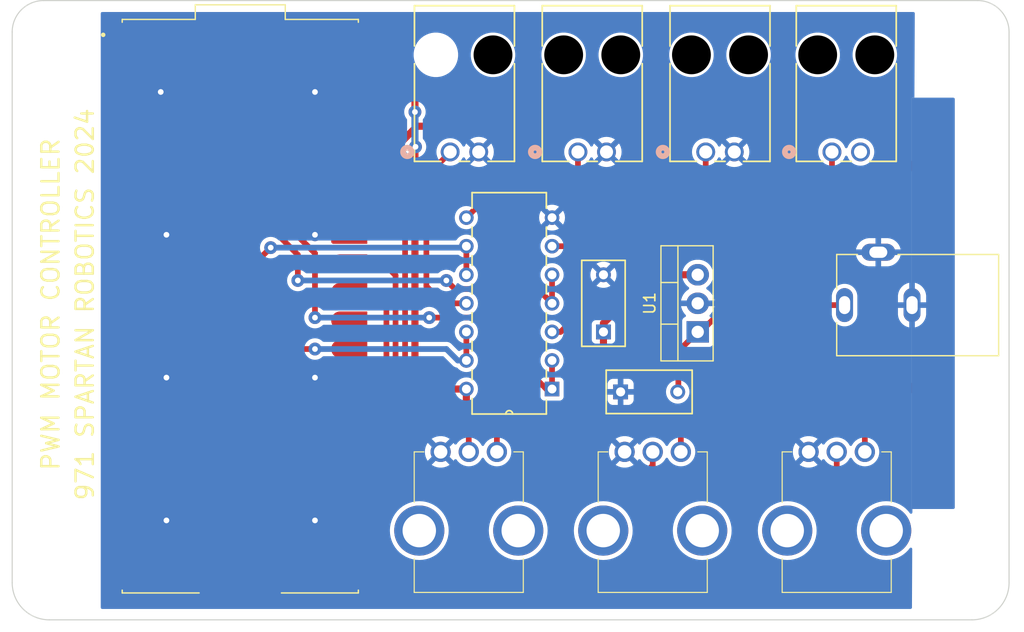
<source format=kicad_pcb>
(kicad_pcb (version 20240108) (generator "pcbnew") (generator_version "8.0")
  (layers (0 "F.Cu" signal) (31 "B.Cu" signal) (34 "B.Paste" user) (35 "F.Paste" user) (36 "B.SilkS" user "B.Silkscreen") (37 "F.SilkS" user "F.Silkscreen") (38 "B.Mask" user) (39 "F.Mask" user) (44 "Edge.Cuts" user))
  (net 0 "")
  (net 1 "GND")
  (net 2 "Net-(U1-VI)")
  (net 3 "+5V")
  (net 4 "Net-(J1-Pin_1)")
  (net 6 "Net-(J2-Pin_1)")
  (net 7 "Net-(J3-Pin_1)")
  (net 8 "Net-(J4-Pin_1)")
  (net 9 "3v3")
  (net 10 "Net-(U2-GP26)")
  (net 11 "Net-(U2-GP27)")
  (net 12 "Net-(U2-GP28)")
  (net 13 "Net-(U2-GP0)")
  (net 14 "Net-(U2-GP1)")
  (net 21 "Net-(U2-GP8)")
  (net 22 "Net-(U2-GP9)")
  (footprint "Henry!:PTV09A4020FB103" (layer "F.Cu") (at 147.742 105.676 180)
    (property "Reference" "RV1" (hide yes))
    (property "Value" "R_Potentiometer_US" (hide yes))
  )
  (footprint "Henry!:2 PIN RIGHT ANGLE MOLEX SL" (layer "F.Cu") (at 136.0938 73.406 180)
    (property "Reference" "J2" (hide yes))
    (property "Value" "MOTOR 2")
  )
  (footprint "Henry!:2 PIN RIGHT ANGLE MOLEX SL" (layer "F.Cu") (at 113.3674 73.406 180)
    (property "Reference" "J4" (hide yes))
    (property "Value" "MOTOR 4")
  )
  (footprint "Henry!:BARREL JACK CONNECTOR" (layer "F.Cu") (at 154.94 87.025)
    (property "Reference" "J5" (hide yes))
    (property "Value" "POWER IN")
  )
  (footprint "Henry!:PTV09A4020FB103" (layer "F.Cu") (at 115.022 105.676 180)
    (property "Reference" "RV3" (hide yes))
    (property "Value" "R_Potentiometer_US" (hide yes))
  )
  (footprint "Henry!:2 PIN RIGHT ANGLE MOLEX SL" (layer "F.Cu") (at 147.32 73.406 180)
    (property "Reference" "J1" (hide yes))
    (property "Value" "MOTOR 1")
  )
  (footprint "MountingHole:MountingHole_3.2mm_M3" (layer "F.Cu") (at 159.258 110.744)
    (property "Reference" "H4" (hide yes))
    (property "Value" "MountingHole")
  )
  (footprint "Henry!:2 PIN RIGHT ANGLE MOLEX SL" (layer "F.Cu") (at 124.7306 73.406 180)
    (property "Reference" "J3" (hide yes))
    (property "Value" "MOTOR 3")
  )
  (footprint "Henry!:N14" (layer "F.Cu") (at 114.808 79.248 180)
    (property "Reference" "U4" (hide yes))
    (property "Value" "74HCT08")
  )
  (footprint "MountingHole:MountingHole_3.2mm_M3" (layer "F.Cu") (at 78.486 63.754)
    (property "Reference" "H1" (hide yes))
    (property "Value" "MountingHole")
  )
  (footprint "MountingHole:MountingHole_3.2mm_M3" (layer "F.Cu") (at 78.74 110.744)
    (property "Reference" "H2" (hide yes))
    (property "Value" "MountingHole")
  )
  (footprint "Henry!:CAP_R82D-7P4X3P6-5P0_KEM" (layer "F.Cu") (at 127 89.408 90)
    (property "Reference" "C3" (hide yes))
    (property "Value" "CAP_R82D-7P4X3P6-5P0_KEM")
  )
  (footprint "Henry!:PICO" (layer "F.Cu") (at 94.704 87.122)
    (property "Reference" "U2" (hide yes))
    (property "Value" "SC0915-PI-Pico")
  )
  (footprint "Package_TO_SOT_THT:TO-220-3_Vertical" (layer "F.Cu") (at 135.382 89.408 90)
    (property "Reference" "U1")
    (property "Value" "LM7805_TO220")
  )
  (footprint "Henry!:CAP_R82D-7P4X3P6-5P0_KEM" (layer "F.Cu") (at 128.524 94.742)
    (property "Reference" "C1" (hide yes))
    (property "Value" "CAP_R82D-7P4X3P6-5P0_KEM")
  )
  (footprint "MountingHole:MountingHole_3.2mm_M3" (layer "F.Cu") (at 159.258 63.754)
    (property "Reference" "H3" (hide yes))
    (property "Value" "MountingHole")
  )
  (footprint "Henry!:PTV09A4020FB103" (layer "F.Cu") (at 131.382 105.676 180)
    (property "Reference" "RV2" (hide yes))
    (property "Value" "R_Potentiometer_US" (hide yes))
  )
  (gr_line (start 77.216 59.944) (end 160.274 59.944) (stroke (width 0.1)) (layer "Edge.Cuts"))
  (gr_arc (start 74.422 62.738) (mid 75.240344 60.762344) (end 77.216 59.944) (stroke (width 0.1)) (layer "Edge.Cuts"))
  (gr_line (start 163.068 62.738) (end 163.068 111.711133) (stroke (width 0.1)) (layer "Edge.Cuts"))
  (gr_line (start 74.422 111.711133) (end 74.422 62.738) (stroke (width 0.1)) (layer "Edge.Cuts"))
  (gr_arc (start 160.274 59.944) (mid 162.249656 60.762344) (end 163.068 62.738) (stroke (width 0.1)) (layer "Edge.Cuts"))
  (gr_arc (start 163.068 111.711133) (mid 162.100867 114.046) (end 159.766 115.013133) (stroke (width 0.1)) (layer "Edge.Cuts"))
  (gr_line (start 77.724 115.013133) (end 159.766 115.013133) (stroke (width 0.1)) (layer "Edge.Cuts"))
  (gr_arc (start 77.724 115.013133) (mid 75.389133 114.046) (end 74.422 111.711133) (stroke (width 0.1)) (layer "Edge.Cuts"))
  (gr_text "PWM MOTOR CONTROLLER" (at 78.74 101.854 90) (layer "F.SilkS") (effects (font (size 1.5334 1.5334) (thickness 0.21604)) (justify left bottom)))
  (gr_text "971 SPARTAN ROBOTICS 2024" (at 81.788 104.519196 90) (layer "F.SilkS") (effects (font (size 1.5334 1.5334) (thickness 0.21604)) (justify left bottom)))
  (segment (start 104.394 80.772) (end 101.346 80.772) (width 0.508) (layer "F.Cu") (net 1))
  (segment (start 85.014 80.772) (end 88.138 80.772) (width 0.508) (layer "F.Cu") (net 1))
  (segment (start 104.394 68.072) (end 101.346 68.072) (width 0.508) (layer "F.Cu") (net 1))
  (segment (start 85.014 106.172) (end 88.138 106.172) (width 0.508) (layer "F.Cu") (net 1))
  (segment (start 85.014 68.072) (end 87.63 68.072) (width 0.508) (layer "F.Cu") (net 1))
  (segment (start 104.394 93.472) (end 101.346 93.472) (width 0.508) (layer "F.Cu") (net 1))
  (segment (start 85.014 93.472) (end 88.138 93.472) (width 0.508) (layer "F.Cu") (net 1))
  (segment (start 104.394 106.172) (end 101.346 106.172) (width 0.508) (layer "F.Cu") (net 1))
  (via (at 101.346 93.472) (size 1.143) (drill 0.508) (layers "F.Cu" "B.Cu") (net 1))
  (via (at 88.138 106.172) (size 1.143) (drill 0.508) (layers "F.Cu" "B.Cu") (net 1))
  (via (at 88.138 80.772) (size 1.143) (drill 0.508) (layers "F.Cu" "B.Cu") (net 1))
  (via (at 101.346 106.172) (size 1.143) (drill 0.508) (layers "F.Cu" "B.Cu") (net 1))
  (via (at 101.346 68.072) (size 1.143) (drill 0.508) (layers "F.Cu" "B.Cu") (net 1))
  (via (at 88.138 93.472) (size 1.143) (drill 0.508) (layers "F.Cu" "B.Cu") (net 1))
  (via (at 87.63 68.072) (size 1.143) (drill 0.508) (layers "F.Cu" "B.Cu") (net 1))
  (via (at 101.346 80.772) (size 1.143) (drill 0.508) (layers "F.Cu" "B.Cu") (net 1))
  (segment (start 135.382 89.408) (end 133.66 91.13) (width 0.508) (layer "F.Cu") (net 2))
  (segment (start 133.66 94.686) (end 133.604 94.742) (width 0.508) (layer "F.Cu") (net 2))
  (segment (start 133.66 91.13) (end 133.66 94.686) (width 0.508) (layer "F.Cu") (net 2))
  (segment (start 138.019 87.025) (end 135.636 89.408) (width 0.508) (layer "F.Cu") (net 2))
  (segment (start 135.636 89.408) (end 135.382 89.408) (width 0.508) (layer "F.Cu") (net 2))
  (segment (start 148.44 87.025) (end 138.019 87.025) (width 0.508) (layer "F.Cu") (net 2))
  (segment (start 110.236 72.998894) (end 110.236 91.821) (width 0.635) (layer "F.Cu") (net 3))
  (segment (start 114.808 96.393) (end 115.697 97.282) (width 0.635) (layer "F.Cu") (net 3))
  (segment (start 127 88.646) (end 127 89.408) (width 0.635) (layer "F.Cu") (net 3))
  (segment (start 112.903 94.488) (end 114.808 94.488) (width 0.635) (layer "F.Cu") (net 3))
  (segment (start 107.442 65.532) (end 104.394 65.532) (width 0.635) (layer "F.Cu") (net 3))
  (segment (start 110.236 69.85) (end 110.236 68.326) (width 0.635) (layer "F.Cu") (net 3))
  (segment (start 114.808 94.488) (end 114.808 96.393) (width 0.635) (layer "F.Cu") (net 3))
  (segment (start 110.286447 72.948447) (end 110.236 72.998894) (width 0.635) (layer "F.Cu") (net 3))
  (segment (start 115.697 97.282) (end 122.301 97.282) (width 0.635) (layer "F.Cu") (net 3))
  (segment (start 122.301 97.282) (end 127 92.583) (width 0.635) (layer "F.Cu") (net 3))
  (segment (start 135.382 84.328) (end 131.318 84.328) (width 0.635) (layer "F.Cu") (net 3))
  (segment (start 127 92.583) (end 127 89.408) (width 0.635) (layer "F.Cu") (net 3))
  (segment (start 110.236 91.821) (end 112.903 94.488) (width 0.635) (layer "F.Cu") (net 3))
  (segment (start 110.236 68.326) (end 107.442 65.532) (width 0.635) (layer "F.Cu") (net 3))
  (segment (start 131.318 84.328) (end 127 88.646) (width 0.635) (layer "F.Cu") (net 3))
  (via (at 110.286447 72.948447) (size 1.143) (drill 0.508) (layers "F.Cu" "B.Cu") (net 3))
  (via (at 110.236 69.85) (size 1.143) (drill 0.508) (layers "F.Cu" "B.Cu") (net 3))
  (segment (start 110.236 69.85) (end 110.236 72.898) (width 0.635) (layer "B.Cu") (net 3))
  (segment (start 110.236 72.898) (end 110.286447 72.948447) (width 0.635) (layer "B.Cu") (net 3))
  (segment (start 130.302 77.724) (end 146.304 77.724) (width 0.508) (layer "F.Cu") (net 4))
  (segment (start 147.32 76.708) (end 147.32 73.406) (width 0.508) (layer "F.Cu") (net 4))
  (segment (start 124.46 88.138) (end 124.46 83.566) (width 0.508) (layer "F.Cu") (net 4))
  (segment (start 124.46 83.566) (end 130.302 77.724) (width 0.508) (layer "F.Cu") (net 4))
  (segment (start 123.19 89.408) (end 124.46 88.138) (width 0.508) (layer "F.Cu") (net 4))
  (segment (start 146.304 77.724) (end 147.32 76.708) (width 0.508) (layer "F.Cu") (net 4))
  (segment (start 122.428 89.408) (end 123.19 89.408) (width 0.508) (layer "F.Cu") (net 4))
  (segment (start 135.128 76.2) (end 136.0938 75.2342) (width 0.508) (layer "F.Cu") (net 6))
  (segment (start 123.952 81.788) (end 129.54 76.2) (width 0.508) (layer "F.Cu") (net 6))
  (segment (start 129.54 76.2) (end 135.128 76.2) (width 0.508) (layer "F.Cu") (net 6))
  (segment (start 136.0938 75.2342) (end 136.0938 73.406) (width 0.508) (layer "F.Cu") (net 6))
  (segment (start 122.428 81.788) (end 123.952 81.788) (width 0.508) (layer "F.Cu") (net 6))
  (segment (start 114.808 79.248) (end 117.094 76.962) (width 0.508) (layer "F.Cu") (net 7))
  (segment (start 123.952 76.962) (end 124.7306 76.1834) (width 0.508) (layer "F.Cu") (net 7))
  (segment (start 124.7306 76.1834) (end 124.7306 73.406) (width 0.508) (layer "F.Cu") (net 7))
  (segment (start 117.094 76.962) (end 123.952 76.962) (width 0.508) (layer "F.Cu") (net 7))
  (segment (start 113.3674 73.445) (end 113.3674 73.406) (width 0.508) (layer "F.Cu") (net 8))
  (segment (start 114.808 86.868) (end 112.776 86.868) (width 0.508) (layer "F.Cu") (net 8))
  (segment (start 112.776 86.868) (end 111.252 85.344) (width 0.508) (layer "F.Cu") (net 8))
  (segment (start 111.252 85.344) (end 111.252 75.5604) (width 0.508) (layer "F.Cu") (net 8))
  (segment (start 111.252 75.5604) (end 113.3674 73.445) (width 0.508) (layer "F.Cu") (net 8))
  (segment (start 150.242 98.5657) (end 150.31185 98.49585) (width 0.508) (layer "F.Cu") (net 9))
  (segment (start 117.9726 98.298) (end 133.858 98.298) (width 0.508) (layer "F.Cu") (net 9))
  (segment (start 150.114 98.298) (end 150.31185 98.49585) (width 0.508) (layer "F.Cu") (net 9))
  (segment (start 108.395311 73.152) (end 110.427311 71.12) (width 0.635) (layer "F.Cu") (net 9))
  (segment (start 150.242 100.076) (end 150.242 98.5657) (width 0.508) (layer "F.Cu") (net 9))
  (segment (start 150.876 71.12) (end 156.464 76.708) (width 0.635) (layer "F.Cu") (net 9))
  (segment (start 133.858 98.298) (end 150.114 98.298) (width 0.508) (layer "F.Cu") (net 9))
  (segment (start 133.882 98.322) (end 133.858 98.298) (width 0.508) (layer "F.Cu") (net 9))
  (segment (start 133.882 100.076) (end 133.882 98.322) (width 0.508) (layer "F.Cu") (net 9))
  (segment (start 156.464 76.708) (end 156.464 92.3437) (width 0.635) (layer "F.Cu") (net 9))
  (segment (start 110.427311 71.12) (end 150.876 71.12) (width 0.635) (layer "F.Cu") (net 9))
  (segment (start 104.394 73.152) (end 108.395311 73.152) (width 0.635) (layer "F.Cu") (net 9))
  (segment (start 117.522 98.7486) (end 117.9726 98.298) (width 0.508) (layer "F.Cu") (net 9))
  (segment (start 117.522 100.076) (end 117.522 98.7486) (width 0.508) (layer "F.Cu") (net 9))
  (segment (start 156.464 92.3437) (end 150.31185 98.49585) (width 0.635) (layer "F.Cu") (net 9))
  (segment (start 146.612 102.816) (end 111.265851 102.816) (width 0.508) (layer "F.Cu") (net 10))
  (segment (start 147.742 100.076) (end 147.742 101.686) (width 0.508) (layer "F.Cu") (net 10))
  (segment (start 106.68 85.852) (end 104.394 85.852) (width 0.508) (layer "F.Cu") (net 10))
  (segment (start 107.6992 86.8712) (end 106.68 85.852) (width 0.508) (layer "F.Cu") (net 10))
  (segment (start 111.265851 102.816) (end 107.6992 99.249347) (width 0.508) (layer "F.Cu") (net 10))
  (segment (start 107.6992 99.249347) (end 107.6992 86.8712) (width 0.508) (layer "F.Cu") (net 10))
  (segment (start 147.742 101.686) (end 146.612 102.816) (width 0.508) (layer "F.Cu") (net 10))
  (segment (start 111.602524 102.0032) (end 108.512 98.912675) (width 0.508) (layer "F.Cu") (net 11))
  (segment (start 131.382 100.076) (end 131.382 101.282) (width 0.508) (layer "F.Cu") (net 11))
  (segment (start 108.512 98.912675) (end 108.512 84.382) (width 0.508) (layer "F.Cu") (net 11))
  (segment (start 131.382 101.282) (end 130.6608 102.0032) (width 0.508) (layer "F.Cu") (net 11))
  (segment (start 108.512 84.382) (end 107.442 83.312) (width 0.508) (layer "F.Cu") (net 11))
  (segment (start 107.442 83.312) (end 104.394 83.312) (width 0.508) (layer "F.Cu") (net 11))
  (segment (start 130.6608 102.0032) (end 111.602524 102.0032) (width 0.508) (layer "F.Cu") (net 11))
  (segment (start 115.022 98.512) (end 109.3597 92.8497) (width 0.508) (layer "F.Cu") (net 12))
  (segment (start 107.188 78.232) (end 104.394 78.232) (width 0.508) (layer "F.Cu") (net 12))
  (segment (start 109.3597 92.8497) (end 109.3597 80.4037) (width 0.508) (layer "F.Cu") (net 12))
  (segment (start 115.022 100.076) (end 115.022 98.512) (width 0.508) (layer "F.Cu") (net 12))
  (segment (start 109.3597 80.4037) (end 107.188 78.232) (width 0.508) (layer "F.Cu") (net 12))
  (segment (start 85.014 62.992) (end 88.138 62.992) (width 0.508) (layer "F.Cu") (net 13))
  (segment (start 97.415472 78.486) (end 101.346 82.416528) (width 0.508) (layer "F.Cu") (net 13))
  (segment (start 89.9763 68.83345) (end 89.9668 68.84295) (width 0.508) (layer "F.Cu") (net 13))
  (segment (start 121.92 94.488) (end 122.428 94.488) (width 0.508) (layer "F.Cu") (net 13))
  (segment (start 92.589472 78.486) (end 97.415472 78.486) (width 0.508) (layer "F.Cu") (net 13))
  (segment (start 115.57 88.138) (end 121.92 94.488) (width 0.508) (layer "F.Cu") (net 13))
  (segment (start 89.9668 68.84295) (end 89.9668 75.863328) (width 0.508) (layer "F.Cu") (net 13))
  (segment (start 88.138 62.992) (end 89.9763 64.8303) (width 0.508) (layer "F.Cu") (net 13))
  (segment (start 122.428 91.948) (end 122.428 94.488) (width 0.508) (layer "F.Cu") (net 13))
  (segment (start 89.9763 64.8303) (end 89.9763 68.83345) (width 0.508) (layer "F.Cu") (net 13))
  (segment (start 101.346 82.416528) (end 101.346 88.138) (width 0.508) (layer "F.Cu") (net 13))
  (segment (start 111.506 88.138) (end 115.57 88.138) (width 0.508) (layer "F.Cu") (net 13))
  (segment (start 89.9668 75.863328) (end 92.589472 78.486) (width 0.508) (layer "F.Cu") (net 13))
  (via (at 101.346 88.138) (size 1.143) (drill 0.508) (layers "F.Cu" "B.Cu") (net 13))
  (via (at 111.506 88.138) (size 1.143) (drill 0.508) (layers "F.Cu" "B.Cu") (net 13))
  (segment (start 111.506 88.138) (end 101.346 88.138) (width 0.508) (layer "B.Cu") (net 13))
  (segment (start 96.774 79.502) (end 91.948 79.502) (width 0.508) (layer "F.Cu") (net 14))
  (segment (start 121.158 85.598) (end 122.428 86.868) (width 0.508) (layer "F.Cu") (net 14))
  (segment (start 122.428 86.868) (end 122.428 84.328) (width 0.508) (layer "F.Cu") (net 14))
  (segment (start 88.9 76.454) (end 88.9 66.548) (width 0.508) (layer "F.Cu") (net 14))
  (segment (start 113.792 85.598) (end 121.158 85.598) (width 0.508) (layer "F.Cu") (net 14))
  (segment (start 113.03 84.836) (end 113.792 85.598) (width 0.508) (layer "F.Cu") (net 14))
  (segment (start 99.822 84.836) (end 99.822 82.55) (width 0.508) (layer "F.Cu") (net 14))
  (segment (start 99.822 82.55) (end 96.774 79.502) (width 0.508) (layer "F.Cu") (net 14))
  (segment (start 91.948 79.502) (end 88.9 76.454) (width 0.508) (layer "F.Cu") (net 14))
  (segment (start 88.9 66.548) (end 87.884 65.532) (width 0.508) (layer "F.Cu") (net 14))
  (segment (start 87.884 65.532) (end 85.014 65.532) (width 0.508) (layer "F.Cu") (net 14))
  (via (at 99.822 84.836) (size 1.143) (drill 0.508) (layers "F.Cu" "B.Cu") (net 14))
  (via (at 113.03 84.836) (size 1.143) (drill 0.508) (layers "F.Cu" "B.Cu") (net 14))
  (segment (start 99.822 84.836) (end 113.03 84.836) (width 0.508) (layer "B.Cu") (net 14))
  (segment (start 90.932 88.392) (end 85.014 88.392) (width 0.508) (layer "F.Cu") (net 21))
  (segment (start 97.409 81.915) (end 90.932 88.392) (width 0.508) (layer "F.Cu") (net 21))
  (segment (start 114.808 81.788) (end 114.808 84.328) (width 0.508) (layer "F.Cu") (net 21))
  (via (at 97.409 81.915) (size 1.143) (drill 0.508) (layers "F.Cu" "B.Cu") (net 21))
  (segment (start 97.409 81.915) (end 114.681 81.915) (width 0.508) (layer "B.Cu") (net 21))
  (segment (start 114.681 81.915) (end 114.808 81.788) (width 0.508) (layer "B.Cu") (net 21))
  (segment (start 114.808 91.948) (end 114.808 89.408) (width 0.508) (layer "F.Cu") (net 22))
  (segment (start 101.346 90.932) (end 85.014 90.932) (width 0.508) (layer "F.Cu") (net 22))
  (via (at 101.346 90.932) (size 1.143) (drill 0.508) (layers "F.Cu" "B.Cu") (net 22))
  (segment (start 101.346 90.932) (end 113.03 90.932) (width 0.508) (layer "B.Cu") (net 22))
  (segment (start 114.046 91.948) (end 114.808 91.948) (width 0.508) (layer "B.Cu") (net 22))
  (segment (start 114.808 89.408) (end 114.681 89.535) (width 0.508) (layer "B.Cu") (net 22))
  (segment (start 113.03 90.932) (end 114.046 91.948) (width 0.508) (layer "B.Cu") (net 22))
  (zone (net 1) (net_name "GND") (layer "B.Cu") (priority 1) (connect_pads (clearance 0.381)) (min_thickness 0.25) (fill yes (thermal_gap 0.5) (thermal_bridge_width 0.5))
    (polygon (pts (xy 158.242 68.58) (xy 158.242 105.156) (xy 154.432 105.156) (xy 154.432 68.58) (xy 154.94 68.58)))
  )
  (zone (net 1) (net_name "GND") (layer "B.Cu") (connect_pads (clearance 0.381)) (min_thickness 0.25) (fill yes (thermal_gap 0.5) (thermal_bridge_width 0.5))
    (polygon (pts (xy 154.432 60.96) (xy 82.296 60.96) (xy 82.296 114.046) (xy 154.432 114.046) (xy 154.686 60.96)))
  )
)
</source>
